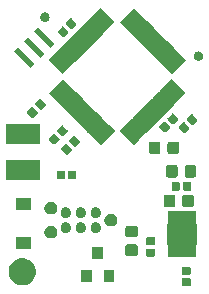
<source format=gbr>
G04 #@! TF.GenerationSoftware,KiCad,Pcbnew,(5.1.6)-1*
G04 #@! TF.CreationDate,2020-12-13T19:26:13+01:00*
G04 #@! TF.ProjectId,ACM-pcb,41434d2d-7063-4622-9e6b-696361645f70,rev?*
G04 #@! TF.SameCoordinates,Original*
G04 #@! TF.FileFunction,Soldermask,Top*
G04 #@! TF.FilePolarity,Negative*
%FSLAX46Y46*%
G04 Gerber Fmt 4.6, Leading zero omitted, Abs format (unit mm)*
G04 Created by KiCad (PCBNEW (5.1.6)-1) date 2020-12-13 19:26:13*
%MOMM*%
%LPD*%
G01*
G04 APERTURE LIST*
%ADD10C,0.100000*%
G04 APERTURE END LIST*
D10*
G36*
X80164938Y-89549716D02*
G01*
X80185557Y-89555971D01*
X80204553Y-89566124D01*
X80221208Y-89579792D01*
X80234876Y-89596447D01*
X80245029Y-89615443D01*
X80251284Y-89636062D01*
X80254000Y-89663640D01*
X80254000Y-90122360D01*
X80251284Y-90149938D01*
X80245029Y-90170557D01*
X80234876Y-90189553D01*
X80221208Y-90206208D01*
X80204553Y-90219876D01*
X80185557Y-90230029D01*
X80164938Y-90236284D01*
X80137360Y-90239000D01*
X79628640Y-90239000D01*
X79601062Y-90236284D01*
X79580443Y-90230029D01*
X79561447Y-90219876D01*
X79544792Y-90206208D01*
X79531124Y-90189553D01*
X79520971Y-90170557D01*
X79514716Y-90149938D01*
X79512000Y-90122360D01*
X79512000Y-89663640D01*
X79514716Y-89636062D01*
X79520971Y-89615443D01*
X79531124Y-89596447D01*
X79544792Y-89579792D01*
X79561447Y-89566124D01*
X79580443Y-89555971D01*
X79601062Y-89549716D01*
X79628640Y-89547000D01*
X80137360Y-89547000D01*
X80164938Y-89549716D01*
G37*
G36*
X66224549Y-87871116D02*
G01*
X66335734Y-87893232D01*
X66545203Y-87979997D01*
X66733720Y-88105960D01*
X66894040Y-88266280D01*
X67020003Y-88454797D01*
X67078543Y-88596124D01*
X67106768Y-88664267D01*
X67151000Y-88886635D01*
X67151000Y-89113365D01*
X67143243Y-89152360D01*
X67106768Y-89335734D01*
X67020003Y-89545203D01*
X66894040Y-89733720D01*
X66733720Y-89894040D01*
X66545203Y-90020003D01*
X66335734Y-90106768D01*
X66257347Y-90122360D01*
X66113365Y-90151000D01*
X65886635Y-90151000D01*
X65742653Y-90122360D01*
X65664266Y-90106768D01*
X65454797Y-90020003D01*
X65266280Y-89894040D01*
X65105960Y-89733720D01*
X64979997Y-89545203D01*
X64893232Y-89335734D01*
X64856757Y-89152360D01*
X64849000Y-89113365D01*
X64849000Y-88886635D01*
X64893232Y-88664267D01*
X64921458Y-88596124D01*
X64979997Y-88454797D01*
X65105960Y-88266280D01*
X65266280Y-88105960D01*
X65454797Y-87979997D01*
X65664266Y-87893232D01*
X65775451Y-87871116D01*
X65886635Y-87849000D01*
X66113365Y-87849000D01*
X66224549Y-87871116D01*
G37*
G36*
X73791000Y-89893000D02*
G01*
X72889000Y-89893000D01*
X72889000Y-88891000D01*
X73791000Y-88891000D01*
X73791000Y-89893000D01*
G37*
G36*
X71891000Y-89893000D02*
G01*
X70989000Y-89893000D01*
X70989000Y-88891000D01*
X71891000Y-88891000D01*
X71891000Y-89893000D01*
G37*
G36*
X80164938Y-88579716D02*
G01*
X80185557Y-88585971D01*
X80204553Y-88596124D01*
X80221208Y-88609792D01*
X80234876Y-88626447D01*
X80245029Y-88645443D01*
X80251284Y-88666062D01*
X80254000Y-88693640D01*
X80254000Y-89152360D01*
X80251284Y-89179938D01*
X80245029Y-89200557D01*
X80234876Y-89219553D01*
X80221208Y-89236208D01*
X80204553Y-89249876D01*
X80185557Y-89260029D01*
X80164938Y-89266284D01*
X80137360Y-89269000D01*
X79628640Y-89269000D01*
X79601062Y-89266284D01*
X79580443Y-89260029D01*
X79561447Y-89249876D01*
X79544792Y-89236208D01*
X79531124Y-89219553D01*
X79520971Y-89200557D01*
X79514716Y-89179938D01*
X79512000Y-89152360D01*
X79512000Y-88693640D01*
X79514716Y-88666062D01*
X79520971Y-88645443D01*
X79531124Y-88626447D01*
X79544792Y-88609792D01*
X79561447Y-88596124D01*
X79580443Y-88585971D01*
X79601062Y-88579716D01*
X79628640Y-88577000D01*
X80137360Y-88577000D01*
X80164938Y-88579716D01*
G37*
G36*
X72841000Y-87893000D02*
G01*
X71939000Y-87893000D01*
X71939000Y-86891000D01*
X72841000Y-86891000D01*
X72841000Y-87893000D01*
G37*
G36*
X80725000Y-84844001D02*
G01*
X80727402Y-84868387D01*
X80734515Y-84891836D01*
X80746066Y-84913447D01*
X80761611Y-84932389D01*
X80775000Y-84943377D01*
X80775000Y-86696623D01*
X80761611Y-86707611D01*
X80746066Y-86726553D01*
X80734515Y-86748164D01*
X80727402Y-86771613D01*
X80725000Y-86795999D01*
X80725000Y-87746000D01*
X78323000Y-87746000D01*
X78323000Y-86795999D01*
X78320598Y-86771613D01*
X78313485Y-86748164D01*
X78301934Y-86726553D01*
X78286389Y-86707611D01*
X78273000Y-86696623D01*
X78273000Y-84943377D01*
X78286389Y-84932389D01*
X78301934Y-84913447D01*
X78313485Y-84891836D01*
X78320598Y-84868387D01*
X78323000Y-84844001D01*
X78323000Y-83894000D01*
X80725000Y-83894000D01*
X80725000Y-84844001D01*
G37*
G36*
X77142338Y-87035116D02*
G01*
X77162957Y-87041371D01*
X77181953Y-87051524D01*
X77198608Y-87065192D01*
X77212276Y-87081847D01*
X77222429Y-87100843D01*
X77228684Y-87121462D01*
X77231400Y-87149040D01*
X77231400Y-87607760D01*
X77228684Y-87635338D01*
X77222429Y-87655957D01*
X77212276Y-87674953D01*
X77198608Y-87691608D01*
X77181953Y-87705276D01*
X77162957Y-87715429D01*
X77142338Y-87721684D01*
X77114760Y-87724400D01*
X76606040Y-87724400D01*
X76578462Y-87721684D01*
X76557843Y-87715429D01*
X76538847Y-87705276D01*
X76522192Y-87691608D01*
X76508524Y-87674953D01*
X76498371Y-87655957D01*
X76492116Y-87635338D01*
X76489400Y-87607760D01*
X76489400Y-87149040D01*
X76492116Y-87121462D01*
X76498371Y-87100843D01*
X76508524Y-87081847D01*
X76522192Y-87065192D01*
X76538847Y-87051524D01*
X76557843Y-87041371D01*
X76578462Y-87035116D01*
X76606040Y-87032400D01*
X77114760Y-87032400D01*
X77142338Y-87035116D01*
G37*
G36*
X75639791Y-86688585D02*
G01*
X75673769Y-86698893D01*
X75705090Y-86715634D01*
X75732539Y-86738161D01*
X75755066Y-86765610D01*
X75771807Y-86796931D01*
X75782115Y-86830909D01*
X75786200Y-86872390D01*
X75786200Y-87473610D01*
X75782115Y-87515091D01*
X75771807Y-87549069D01*
X75755066Y-87580390D01*
X75732539Y-87607839D01*
X75705090Y-87630366D01*
X75673769Y-87647107D01*
X75639791Y-87657415D01*
X75598310Y-87661500D01*
X74922090Y-87661500D01*
X74880609Y-87657415D01*
X74846631Y-87647107D01*
X74815310Y-87630366D01*
X74787861Y-87607839D01*
X74765334Y-87580390D01*
X74748593Y-87549069D01*
X74738285Y-87515091D01*
X74734200Y-87473610D01*
X74734200Y-86872390D01*
X74738285Y-86830909D01*
X74748593Y-86796931D01*
X74765334Y-86765610D01*
X74787861Y-86738161D01*
X74815310Y-86715634D01*
X74846631Y-86698893D01*
X74880609Y-86688585D01*
X74922090Y-86684500D01*
X75598310Y-86684500D01*
X75639791Y-86688585D01*
G37*
G36*
X66741800Y-87089600D02*
G01*
X65439800Y-87089600D01*
X65439800Y-86087600D01*
X66741800Y-86087600D01*
X66741800Y-87089600D01*
G37*
G36*
X77142338Y-86065116D02*
G01*
X77162957Y-86071371D01*
X77181953Y-86081524D01*
X77198608Y-86095192D01*
X77212276Y-86111847D01*
X77222429Y-86130843D01*
X77228684Y-86151462D01*
X77231400Y-86179040D01*
X77231400Y-86637760D01*
X77228684Y-86665338D01*
X77222429Y-86685957D01*
X77212276Y-86704953D01*
X77198608Y-86721608D01*
X77181953Y-86735276D01*
X77162957Y-86745429D01*
X77142338Y-86751684D01*
X77114760Y-86754400D01*
X76606040Y-86754400D01*
X76578462Y-86751684D01*
X76557843Y-86745429D01*
X76538847Y-86735276D01*
X76522192Y-86721608D01*
X76508524Y-86704953D01*
X76498371Y-86685957D01*
X76492116Y-86665338D01*
X76489400Y-86637760D01*
X76489400Y-86179040D01*
X76492116Y-86151462D01*
X76498371Y-86130843D01*
X76508524Y-86111847D01*
X76522192Y-86095192D01*
X76538847Y-86081524D01*
X76557843Y-86071371D01*
X76578462Y-86065116D01*
X76606040Y-86062400D01*
X77114760Y-86062400D01*
X77142338Y-86065116D01*
G37*
G36*
X68526578Y-85100197D02*
G01*
X68579350Y-85110694D01*
X68678770Y-85151875D01*
X68768246Y-85211661D01*
X68844339Y-85287754D01*
X68904125Y-85377230D01*
X68945306Y-85476650D01*
X68966300Y-85582194D01*
X68966300Y-85689806D01*
X68945306Y-85795350D01*
X68904125Y-85894770D01*
X68844339Y-85984246D01*
X68768246Y-86060339D01*
X68678770Y-86120125D01*
X68579350Y-86161306D01*
X68539684Y-86169196D01*
X68473807Y-86182300D01*
X68366193Y-86182300D01*
X68300316Y-86169196D01*
X68260650Y-86161306D01*
X68161230Y-86120125D01*
X68071754Y-86060339D01*
X67995661Y-85984246D01*
X67935875Y-85894770D01*
X67894694Y-85795350D01*
X67873700Y-85689806D01*
X67873700Y-85582194D01*
X67894694Y-85476650D01*
X67935875Y-85377230D01*
X67995661Y-85287754D01*
X68071754Y-85211661D01*
X68161230Y-85151875D01*
X68260650Y-85110694D01*
X68313422Y-85100197D01*
X68366193Y-85089700D01*
X68473807Y-85089700D01*
X68526578Y-85100197D01*
G37*
G36*
X75639791Y-85113585D02*
G01*
X75673769Y-85123893D01*
X75705090Y-85140634D01*
X75732539Y-85163161D01*
X75755066Y-85190610D01*
X75771807Y-85221931D01*
X75782115Y-85255909D01*
X75786200Y-85297390D01*
X75786200Y-85898610D01*
X75782115Y-85940091D01*
X75771807Y-85974069D01*
X75755066Y-86005390D01*
X75732539Y-86032839D01*
X75705090Y-86055366D01*
X75673769Y-86072107D01*
X75639791Y-86082415D01*
X75598310Y-86086500D01*
X74922090Y-86086500D01*
X74880609Y-86082415D01*
X74846631Y-86072107D01*
X74815310Y-86055366D01*
X74787861Y-86032839D01*
X74765334Y-86005390D01*
X74748593Y-85974069D01*
X74738285Y-85940091D01*
X74734200Y-85898610D01*
X74734200Y-85297390D01*
X74738285Y-85255909D01*
X74748593Y-85221931D01*
X74765334Y-85190610D01*
X74787861Y-85163161D01*
X74815310Y-85140634D01*
X74846631Y-85123893D01*
X74880609Y-85113585D01*
X74922090Y-85109500D01*
X75598310Y-85109500D01*
X75639791Y-85113585D01*
G37*
G36*
X69819714Y-84827389D02*
G01*
X69900645Y-84860912D01*
X69973480Y-84909579D01*
X70035421Y-84971520D01*
X70084088Y-85044355D01*
X70084089Y-85044357D01*
X70117611Y-85125286D01*
X70130605Y-85190610D01*
X70134700Y-85211201D01*
X70134700Y-85298799D01*
X70117611Y-85384714D01*
X70084088Y-85465645D01*
X70035421Y-85538480D01*
X69973480Y-85600421D01*
X69900645Y-85649088D01*
X69900644Y-85649089D01*
X69900643Y-85649089D01*
X69819714Y-85682611D01*
X69733801Y-85699700D01*
X69646199Y-85699700D01*
X69560286Y-85682611D01*
X69479357Y-85649089D01*
X69479356Y-85649089D01*
X69479355Y-85649088D01*
X69406520Y-85600421D01*
X69344579Y-85538480D01*
X69295912Y-85465645D01*
X69262389Y-85384714D01*
X69245300Y-85298799D01*
X69245300Y-85211201D01*
X69249396Y-85190610D01*
X69262389Y-85125286D01*
X69295911Y-85044357D01*
X69295912Y-85044355D01*
X69344579Y-84971520D01*
X69406520Y-84909579D01*
X69479355Y-84860912D01*
X69560286Y-84827389D01*
X69646199Y-84810300D01*
X69733801Y-84810300D01*
X69819714Y-84827389D01*
G37*
G36*
X71089714Y-84827389D02*
G01*
X71170645Y-84860912D01*
X71243480Y-84909579D01*
X71305421Y-84971520D01*
X71354088Y-85044355D01*
X71354089Y-85044357D01*
X71387611Y-85125286D01*
X71400605Y-85190610D01*
X71404700Y-85211201D01*
X71404700Y-85298799D01*
X71387611Y-85384714D01*
X71354088Y-85465645D01*
X71305421Y-85538480D01*
X71243480Y-85600421D01*
X71170645Y-85649088D01*
X71170644Y-85649089D01*
X71170643Y-85649089D01*
X71089714Y-85682611D01*
X71003801Y-85699700D01*
X70916199Y-85699700D01*
X70830286Y-85682611D01*
X70749357Y-85649089D01*
X70749356Y-85649089D01*
X70749355Y-85649088D01*
X70676520Y-85600421D01*
X70614579Y-85538480D01*
X70565912Y-85465645D01*
X70532389Y-85384714D01*
X70515300Y-85298799D01*
X70515300Y-85211201D01*
X70519396Y-85190610D01*
X70532389Y-85125286D01*
X70565911Y-85044357D01*
X70565912Y-85044355D01*
X70614579Y-84971520D01*
X70676520Y-84909579D01*
X70749355Y-84860912D01*
X70830286Y-84827389D01*
X70916199Y-84810300D01*
X71003801Y-84810300D01*
X71089714Y-84827389D01*
G37*
G36*
X72359714Y-84827389D02*
G01*
X72440645Y-84860912D01*
X72513480Y-84909579D01*
X72575421Y-84971520D01*
X72624088Y-85044355D01*
X72624089Y-85044357D01*
X72657611Y-85125286D01*
X72670605Y-85190610D01*
X72674700Y-85211201D01*
X72674700Y-85298799D01*
X72657611Y-85384714D01*
X72624088Y-85465645D01*
X72575421Y-85538480D01*
X72513480Y-85600421D01*
X72440645Y-85649088D01*
X72440644Y-85649089D01*
X72440643Y-85649089D01*
X72359714Y-85682611D01*
X72273801Y-85699700D01*
X72186199Y-85699700D01*
X72100286Y-85682611D01*
X72019357Y-85649089D01*
X72019356Y-85649089D01*
X72019355Y-85649088D01*
X71946520Y-85600421D01*
X71884579Y-85538480D01*
X71835912Y-85465645D01*
X71802389Y-85384714D01*
X71785300Y-85298799D01*
X71785300Y-85211201D01*
X71789396Y-85190610D01*
X71802389Y-85125286D01*
X71835911Y-85044357D01*
X71835912Y-85044355D01*
X71884579Y-84971520D01*
X71946520Y-84909579D01*
X72019355Y-84860912D01*
X72100286Y-84827389D01*
X72186199Y-84810300D01*
X72273801Y-84810300D01*
X72359714Y-84827389D01*
G37*
G36*
X73606578Y-84084197D02*
G01*
X73659350Y-84094694D01*
X73758770Y-84135875D01*
X73848246Y-84195661D01*
X73924339Y-84271754D01*
X73984125Y-84361230D01*
X74025306Y-84460650D01*
X74046300Y-84566194D01*
X74046300Y-84673806D01*
X74025306Y-84779350D01*
X73984125Y-84878770D01*
X73924339Y-84968246D01*
X73848246Y-85044339D01*
X73758770Y-85104125D01*
X73659350Y-85145306D01*
X73626325Y-85151875D01*
X73553807Y-85166300D01*
X73446193Y-85166300D01*
X73373675Y-85151875D01*
X73340650Y-85145306D01*
X73241230Y-85104125D01*
X73151754Y-85044339D01*
X73075661Y-84968246D01*
X73015875Y-84878770D01*
X72974694Y-84779350D01*
X72953700Y-84673806D01*
X72953700Y-84566194D01*
X72974694Y-84460650D01*
X73015875Y-84361230D01*
X73075661Y-84271754D01*
X73151754Y-84195661D01*
X73241230Y-84135875D01*
X73340650Y-84094694D01*
X73393422Y-84084197D01*
X73446193Y-84073700D01*
X73553807Y-84073700D01*
X73606578Y-84084197D01*
G37*
G36*
X72359714Y-83557389D02*
G01*
X72440645Y-83590912D01*
X72513480Y-83639579D01*
X72575421Y-83701520D01*
X72624088Y-83774355D01*
X72624089Y-83774357D01*
X72657611Y-83855286D01*
X72665312Y-83894000D01*
X72674700Y-83941201D01*
X72674700Y-84028799D01*
X72657611Y-84114714D01*
X72624088Y-84195645D01*
X72575421Y-84268480D01*
X72513480Y-84330421D01*
X72440645Y-84379088D01*
X72440644Y-84379089D01*
X72440643Y-84379089D01*
X72359714Y-84412611D01*
X72273801Y-84429700D01*
X72186199Y-84429700D01*
X72100286Y-84412611D01*
X72019357Y-84379089D01*
X72019356Y-84379089D01*
X72019355Y-84379088D01*
X71946520Y-84330421D01*
X71884579Y-84268480D01*
X71835912Y-84195645D01*
X71802389Y-84114714D01*
X71785300Y-84028799D01*
X71785300Y-83941201D01*
X71794689Y-83894000D01*
X71802389Y-83855286D01*
X71835911Y-83774357D01*
X71835912Y-83774355D01*
X71884579Y-83701520D01*
X71946520Y-83639579D01*
X72019355Y-83590912D01*
X72100286Y-83557389D01*
X72186199Y-83540300D01*
X72273801Y-83540300D01*
X72359714Y-83557389D01*
G37*
G36*
X69819714Y-83557389D02*
G01*
X69900645Y-83590912D01*
X69973480Y-83639579D01*
X70035421Y-83701520D01*
X70084088Y-83774355D01*
X70084089Y-83774357D01*
X70117611Y-83855286D01*
X70125312Y-83894000D01*
X70134700Y-83941201D01*
X70134700Y-84028799D01*
X70117611Y-84114714D01*
X70084088Y-84195645D01*
X70035421Y-84268480D01*
X69973480Y-84330421D01*
X69900645Y-84379088D01*
X69900644Y-84379089D01*
X69900643Y-84379089D01*
X69819714Y-84412611D01*
X69733801Y-84429700D01*
X69646199Y-84429700D01*
X69560286Y-84412611D01*
X69479357Y-84379089D01*
X69479356Y-84379089D01*
X69479355Y-84379088D01*
X69406520Y-84330421D01*
X69344579Y-84268480D01*
X69295912Y-84195645D01*
X69262389Y-84114714D01*
X69245300Y-84028799D01*
X69245300Y-83941201D01*
X69254689Y-83894000D01*
X69262389Y-83855286D01*
X69295911Y-83774357D01*
X69295912Y-83774355D01*
X69344579Y-83701520D01*
X69406520Y-83639579D01*
X69479355Y-83590912D01*
X69560286Y-83557389D01*
X69646199Y-83540300D01*
X69733801Y-83540300D01*
X69819714Y-83557389D01*
G37*
G36*
X71089714Y-83557389D02*
G01*
X71170645Y-83590912D01*
X71243480Y-83639579D01*
X71305421Y-83701520D01*
X71354088Y-83774355D01*
X71354089Y-83774357D01*
X71387611Y-83855286D01*
X71395312Y-83894000D01*
X71404700Y-83941201D01*
X71404700Y-84028799D01*
X71387611Y-84114714D01*
X71354088Y-84195645D01*
X71305421Y-84268480D01*
X71243480Y-84330421D01*
X71170645Y-84379088D01*
X71170644Y-84379089D01*
X71170643Y-84379089D01*
X71089714Y-84412611D01*
X71003801Y-84429700D01*
X70916199Y-84429700D01*
X70830286Y-84412611D01*
X70749357Y-84379089D01*
X70749356Y-84379089D01*
X70749355Y-84379088D01*
X70676520Y-84330421D01*
X70614579Y-84268480D01*
X70565912Y-84195645D01*
X70532389Y-84114714D01*
X70515300Y-84028799D01*
X70515300Y-83941201D01*
X70524689Y-83894000D01*
X70532389Y-83855286D01*
X70565911Y-83774357D01*
X70565912Y-83774355D01*
X70614579Y-83701520D01*
X70676520Y-83639579D01*
X70749355Y-83590912D01*
X70830286Y-83557389D01*
X70916199Y-83540300D01*
X71003801Y-83540300D01*
X71089714Y-83557389D01*
G37*
G36*
X68526578Y-83068197D02*
G01*
X68579350Y-83078694D01*
X68678770Y-83119875D01*
X68768246Y-83179661D01*
X68844339Y-83255754D01*
X68904125Y-83345230D01*
X68945306Y-83444650D01*
X68966300Y-83550194D01*
X68966300Y-83657806D01*
X68945306Y-83763350D01*
X68904125Y-83862770D01*
X68844339Y-83952246D01*
X68768246Y-84028339D01*
X68678770Y-84088125D01*
X68579350Y-84129306D01*
X68546325Y-84135875D01*
X68473807Y-84150300D01*
X68366193Y-84150300D01*
X68293675Y-84135875D01*
X68260650Y-84129306D01*
X68161230Y-84088125D01*
X68071754Y-84028339D01*
X67995661Y-83952246D01*
X67935875Y-83862770D01*
X67894694Y-83763350D01*
X67873700Y-83657806D01*
X67873700Y-83550194D01*
X67894694Y-83444650D01*
X67935875Y-83345230D01*
X67995661Y-83255754D01*
X68071754Y-83179661D01*
X68161230Y-83119875D01*
X68260650Y-83078694D01*
X68313422Y-83068197D01*
X68366193Y-83057700D01*
X68473807Y-83057700D01*
X68526578Y-83068197D01*
G37*
G36*
X66741800Y-83789600D02*
G01*
X65439800Y-83789600D01*
X65439800Y-82787600D01*
X66741800Y-82787600D01*
X66741800Y-83789600D01*
G37*
G36*
X80377691Y-82485285D02*
G01*
X80411669Y-82495593D01*
X80442990Y-82512334D01*
X80470439Y-82534861D01*
X80492966Y-82562310D01*
X80509707Y-82593631D01*
X80520015Y-82627609D01*
X80524100Y-82669090D01*
X80524100Y-83345310D01*
X80520015Y-83386791D01*
X80509707Y-83420769D01*
X80492966Y-83452090D01*
X80470439Y-83479539D01*
X80442990Y-83502066D01*
X80411669Y-83518807D01*
X80377691Y-83529115D01*
X80336210Y-83533200D01*
X79734990Y-83533200D01*
X79693509Y-83529115D01*
X79659531Y-83518807D01*
X79628210Y-83502066D01*
X79600761Y-83479539D01*
X79578234Y-83452090D01*
X79561493Y-83420769D01*
X79551185Y-83386791D01*
X79547100Y-83345310D01*
X79547100Y-82669090D01*
X79551185Y-82627609D01*
X79561493Y-82593631D01*
X79578234Y-82562310D01*
X79600761Y-82534861D01*
X79628210Y-82512334D01*
X79659531Y-82495593D01*
X79693509Y-82485285D01*
X79734990Y-82481200D01*
X80336210Y-82481200D01*
X80377691Y-82485285D01*
G37*
G36*
X78802691Y-82485285D02*
G01*
X78836669Y-82495593D01*
X78867990Y-82512334D01*
X78895439Y-82534861D01*
X78917966Y-82562310D01*
X78934707Y-82593631D01*
X78945015Y-82627609D01*
X78949100Y-82669090D01*
X78949100Y-83345310D01*
X78945015Y-83386791D01*
X78934707Y-83420769D01*
X78917966Y-83452090D01*
X78895439Y-83479539D01*
X78867990Y-83502066D01*
X78836669Y-83518807D01*
X78802691Y-83529115D01*
X78761210Y-83533200D01*
X78159990Y-83533200D01*
X78118509Y-83529115D01*
X78084531Y-83518807D01*
X78053210Y-83502066D01*
X78025761Y-83479539D01*
X78003234Y-83452090D01*
X77986493Y-83420769D01*
X77976185Y-83386791D01*
X77972100Y-83345310D01*
X77972100Y-82669090D01*
X77976185Y-82627609D01*
X77986493Y-82593631D01*
X78003234Y-82562310D01*
X78025761Y-82534861D01*
X78053210Y-82512334D01*
X78084531Y-82495593D01*
X78118509Y-82485285D01*
X78159990Y-82481200D01*
X78761210Y-82481200D01*
X78802691Y-82485285D01*
G37*
G36*
X79242938Y-81395716D02*
G01*
X79263557Y-81401971D01*
X79282553Y-81412124D01*
X79299208Y-81425792D01*
X79312876Y-81442447D01*
X79323029Y-81461443D01*
X79329284Y-81482062D01*
X79332000Y-81509640D01*
X79332000Y-82018360D01*
X79329284Y-82045938D01*
X79323029Y-82066557D01*
X79312876Y-82085553D01*
X79299208Y-82102208D01*
X79282553Y-82115876D01*
X79263557Y-82126029D01*
X79242938Y-82132284D01*
X79215360Y-82135000D01*
X78756640Y-82135000D01*
X78729062Y-82132284D01*
X78708443Y-82126029D01*
X78689447Y-82115876D01*
X78672792Y-82102208D01*
X78659124Y-82085553D01*
X78648971Y-82066557D01*
X78642716Y-82045938D01*
X78640000Y-82018360D01*
X78640000Y-81509640D01*
X78642716Y-81482062D01*
X78648971Y-81461443D01*
X78659124Y-81442447D01*
X78672792Y-81425792D01*
X78689447Y-81412124D01*
X78708443Y-81401971D01*
X78729062Y-81395716D01*
X78756640Y-81393000D01*
X79215360Y-81393000D01*
X79242938Y-81395716D01*
G37*
G36*
X80212938Y-81395716D02*
G01*
X80233557Y-81401971D01*
X80252553Y-81412124D01*
X80269208Y-81425792D01*
X80282876Y-81442447D01*
X80293029Y-81461443D01*
X80299284Y-81482062D01*
X80302000Y-81509640D01*
X80302000Y-82018360D01*
X80299284Y-82045938D01*
X80293029Y-82066557D01*
X80282876Y-82085553D01*
X80269208Y-82102208D01*
X80252553Y-82115876D01*
X80233557Y-82126029D01*
X80212938Y-82132284D01*
X80185360Y-82135000D01*
X79726640Y-82135000D01*
X79699062Y-82132284D01*
X79678443Y-82126029D01*
X79659447Y-82115876D01*
X79642792Y-82102208D01*
X79629124Y-82085553D01*
X79618971Y-82066557D01*
X79612716Y-82045938D01*
X79610000Y-82018360D01*
X79610000Y-81509640D01*
X79612716Y-81482062D01*
X79618971Y-81461443D01*
X79629124Y-81442447D01*
X79642792Y-81425792D01*
X79659447Y-81412124D01*
X79678443Y-81401971D01*
X79699062Y-81395716D01*
X79726640Y-81393000D01*
X80185360Y-81393000D01*
X80212938Y-81395716D01*
G37*
G36*
X67491000Y-81218000D02*
G01*
X64589000Y-81218000D01*
X64589000Y-79516000D01*
X67491000Y-79516000D01*
X67491000Y-81218000D01*
G37*
G36*
X70490338Y-80429116D02*
G01*
X70510957Y-80435371D01*
X70529953Y-80445524D01*
X70546608Y-80459192D01*
X70560276Y-80475847D01*
X70570429Y-80494843D01*
X70576684Y-80515462D01*
X70579400Y-80543040D01*
X70579400Y-81051760D01*
X70576684Y-81079338D01*
X70570429Y-81099957D01*
X70560276Y-81118953D01*
X70546608Y-81135608D01*
X70529953Y-81149276D01*
X70510957Y-81159429D01*
X70490338Y-81165684D01*
X70462760Y-81168400D01*
X70004040Y-81168400D01*
X69976462Y-81165684D01*
X69955843Y-81159429D01*
X69936847Y-81149276D01*
X69920192Y-81135608D01*
X69906524Y-81118953D01*
X69896371Y-81099957D01*
X69890116Y-81079338D01*
X69887400Y-81051760D01*
X69887400Y-80543040D01*
X69890116Y-80515462D01*
X69896371Y-80494843D01*
X69906524Y-80475847D01*
X69920192Y-80459192D01*
X69936847Y-80445524D01*
X69955843Y-80435371D01*
X69976462Y-80429116D01*
X70004040Y-80426400D01*
X70462760Y-80426400D01*
X70490338Y-80429116D01*
G37*
G36*
X69520338Y-80429116D02*
G01*
X69540957Y-80435371D01*
X69559953Y-80445524D01*
X69576608Y-80459192D01*
X69590276Y-80475847D01*
X69600429Y-80494843D01*
X69606684Y-80515462D01*
X69609400Y-80543040D01*
X69609400Y-81051760D01*
X69606684Y-81079338D01*
X69600429Y-81099957D01*
X69590276Y-81118953D01*
X69576608Y-81135608D01*
X69559953Y-81149276D01*
X69540957Y-81159429D01*
X69520338Y-81165684D01*
X69492760Y-81168400D01*
X69034040Y-81168400D01*
X69006462Y-81165684D01*
X68985843Y-81159429D01*
X68966847Y-81149276D01*
X68950192Y-81135608D01*
X68936524Y-81118953D01*
X68926371Y-81099957D01*
X68920116Y-81079338D01*
X68917400Y-81051760D01*
X68917400Y-80543040D01*
X68920116Y-80515462D01*
X68926371Y-80494843D01*
X68936524Y-80475847D01*
X68950192Y-80459192D01*
X68966847Y-80445524D01*
X68985843Y-80435371D01*
X69006462Y-80429116D01*
X69034040Y-80426400D01*
X69492760Y-80426400D01*
X69520338Y-80429116D01*
G37*
G36*
X80577591Y-79972085D02*
G01*
X80611569Y-79982393D01*
X80642890Y-79999134D01*
X80670339Y-80021661D01*
X80692866Y-80049110D01*
X80709607Y-80080431D01*
X80719915Y-80114409D01*
X80724000Y-80155890D01*
X80724000Y-80832110D01*
X80719915Y-80873591D01*
X80709607Y-80907569D01*
X80692866Y-80938890D01*
X80670339Y-80966339D01*
X80642890Y-80988866D01*
X80611569Y-81005607D01*
X80577591Y-81015915D01*
X80536110Y-81020000D01*
X79934890Y-81020000D01*
X79893409Y-81015915D01*
X79859431Y-81005607D01*
X79828110Y-80988866D01*
X79800661Y-80966339D01*
X79778134Y-80938890D01*
X79761393Y-80907569D01*
X79751085Y-80873591D01*
X79747000Y-80832110D01*
X79747000Y-80155890D01*
X79751085Y-80114409D01*
X79761393Y-80080431D01*
X79778134Y-80049110D01*
X79800661Y-80021661D01*
X79828110Y-79999134D01*
X79859431Y-79982393D01*
X79893409Y-79972085D01*
X79934890Y-79968000D01*
X80536110Y-79968000D01*
X80577591Y-79972085D01*
G37*
G36*
X79002591Y-79972085D02*
G01*
X79036569Y-79982393D01*
X79067890Y-79999134D01*
X79095339Y-80021661D01*
X79117866Y-80049110D01*
X79134607Y-80080431D01*
X79144915Y-80114409D01*
X79149000Y-80155890D01*
X79149000Y-80832110D01*
X79144915Y-80873591D01*
X79134607Y-80907569D01*
X79117866Y-80938890D01*
X79095339Y-80966339D01*
X79067890Y-80988866D01*
X79036569Y-81005607D01*
X79002591Y-81015915D01*
X78961110Y-81020000D01*
X78359890Y-81020000D01*
X78318409Y-81015915D01*
X78284431Y-81005607D01*
X78253110Y-80988866D01*
X78225661Y-80966339D01*
X78203134Y-80938890D01*
X78186393Y-80907569D01*
X78176085Y-80873591D01*
X78172000Y-80832110D01*
X78172000Y-80155890D01*
X78176085Y-80114409D01*
X78186393Y-80080431D01*
X78203134Y-80049110D01*
X78225661Y-80021661D01*
X78253110Y-79999134D01*
X78284431Y-79982393D01*
X78318409Y-79972085D01*
X78359890Y-79968000D01*
X78961110Y-79968000D01*
X79002591Y-79972085D01*
G37*
G36*
X69752066Y-78179985D02*
G01*
X69772685Y-78186240D01*
X69791681Y-78196393D01*
X69813102Y-78213973D01*
X70172827Y-78573698D01*
X70190407Y-78595119D01*
X70200560Y-78614115D01*
X70206815Y-78634734D01*
X70208926Y-78656172D01*
X70206815Y-78677610D01*
X70200560Y-78698229D01*
X70190407Y-78717225D01*
X70172827Y-78738646D01*
X69848458Y-79063015D01*
X69827037Y-79080595D01*
X69808041Y-79090748D01*
X69787422Y-79097003D01*
X69765984Y-79099114D01*
X69744546Y-79097003D01*
X69723927Y-79090748D01*
X69704931Y-79080595D01*
X69683510Y-79063015D01*
X69323785Y-78703290D01*
X69306205Y-78681869D01*
X69296052Y-78662873D01*
X69289797Y-78642254D01*
X69287686Y-78620816D01*
X69289797Y-78599378D01*
X69296052Y-78578759D01*
X69306205Y-78559763D01*
X69323785Y-78538342D01*
X69648154Y-78213973D01*
X69669575Y-78196393D01*
X69688571Y-78186240D01*
X69709190Y-78179985D01*
X69730628Y-78177874D01*
X69752066Y-78179985D01*
G37*
G36*
X77554591Y-77978085D02*
G01*
X77588569Y-77988393D01*
X77619890Y-78005134D01*
X77647339Y-78027661D01*
X77669866Y-78055110D01*
X77686607Y-78086431D01*
X77696915Y-78120409D01*
X77701000Y-78161890D01*
X77701000Y-78838110D01*
X77696915Y-78879591D01*
X77686607Y-78913569D01*
X77669866Y-78944890D01*
X77647339Y-78972339D01*
X77619890Y-78994866D01*
X77588569Y-79011607D01*
X77554591Y-79021915D01*
X77513110Y-79026000D01*
X76911890Y-79026000D01*
X76870409Y-79021915D01*
X76836431Y-79011607D01*
X76805110Y-78994866D01*
X76777661Y-78972339D01*
X76755134Y-78944890D01*
X76738393Y-78913569D01*
X76728085Y-78879591D01*
X76724000Y-78838110D01*
X76724000Y-78161890D01*
X76728085Y-78120409D01*
X76738393Y-78086431D01*
X76755134Y-78055110D01*
X76777661Y-78027661D01*
X76805110Y-78005134D01*
X76836431Y-77988393D01*
X76870409Y-77978085D01*
X76911890Y-77974000D01*
X77513110Y-77974000D01*
X77554591Y-77978085D01*
G37*
G36*
X79129591Y-77978085D02*
G01*
X79163569Y-77988393D01*
X79194890Y-78005134D01*
X79222339Y-78027661D01*
X79244866Y-78055110D01*
X79261607Y-78086431D01*
X79271915Y-78120409D01*
X79276000Y-78161890D01*
X79276000Y-78838110D01*
X79271915Y-78879591D01*
X79261607Y-78913569D01*
X79244866Y-78944890D01*
X79222339Y-78972339D01*
X79194890Y-78994866D01*
X79163569Y-79011607D01*
X79129591Y-79021915D01*
X79088110Y-79026000D01*
X78486890Y-79026000D01*
X78445409Y-79021915D01*
X78411431Y-79011607D01*
X78380110Y-78994866D01*
X78352661Y-78972339D01*
X78330134Y-78944890D01*
X78313393Y-78913569D01*
X78303085Y-78879591D01*
X78299000Y-78838110D01*
X78299000Y-78161890D01*
X78303085Y-78120409D01*
X78313393Y-78086431D01*
X78330134Y-78055110D01*
X78352661Y-78027661D01*
X78380110Y-78005134D01*
X78411431Y-77988393D01*
X78445409Y-77978085D01*
X78486890Y-77974000D01*
X79088110Y-77974000D01*
X79129591Y-77978085D01*
G37*
G36*
X70437960Y-77494091D02*
G01*
X70458579Y-77500346D01*
X70477575Y-77510499D01*
X70498996Y-77528079D01*
X70858721Y-77887804D01*
X70876301Y-77909225D01*
X70886454Y-77928221D01*
X70892709Y-77948840D01*
X70894820Y-77970278D01*
X70892709Y-77991716D01*
X70886454Y-78012335D01*
X70876301Y-78031331D01*
X70858721Y-78052752D01*
X70534352Y-78377121D01*
X70512931Y-78394701D01*
X70493935Y-78404854D01*
X70473316Y-78411109D01*
X70451878Y-78413220D01*
X70430440Y-78411109D01*
X70409821Y-78404854D01*
X70390825Y-78394701D01*
X70369404Y-78377121D01*
X70009679Y-78017396D01*
X69992099Y-77995975D01*
X69981946Y-77976979D01*
X69975691Y-77956360D01*
X69973580Y-77934922D01*
X69975691Y-77913484D01*
X69981946Y-77892865D01*
X69992099Y-77873869D01*
X70009679Y-77852448D01*
X70334048Y-77528079D01*
X70355469Y-77510499D01*
X70374465Y-77500346D01*
X70395084Y-77494091D01*
X70416522Y-77491980D01*
X70437960Y-77494091D01*
G37*
G36*
X79860692Y-73842804D02*
G01*
X79399658Y-74303838D01*
X79295006Y-74408489D01*
X78833972Y-74869523D01*
X78729321Y-74974175D01*
X76571231Y-77132265D01*
X76466579Y-77236916D01*
X76005545Y-77697950D01*
X75900894Y-77802602D01*
X75439860Y-78263636D01*
X74236364Y-77060140D01*
X74697398Y-76599106D01*
X74697399Y-76599107D01*
X74713663Y-76582843D01*
X74713672Y-76582832D01*
X74802050Y-76494455D01*
X74802049Y-76494454D01*
X75263083Y-76033420D01*
X75263084Y-76033421D01*
X75351461Y-75945043D01*
X75351472Y-75945034D01*
X75367736Y-75928770D01*
X75367735Y-75928769D01*
X75828769Y-75467735D01*
X75828770Y-75467736D01*
X75917157Y-75379348D01*
X75933421Y-75363085D01*
X75933420Y-75363084D01*
X76394454Y-74902050D01*
X76394455Y-74902051D01*
X76499107Y-74797399D01*
X76499106Y-74797398D01*
X76960140Y-74336364D01*
X76960141Y-74336365D01*
X77048528Y-74247977D01*
X77064792Y-74231714D01*
X77064791Y-74231713D01*
X77525825Y-73770679D01*
X77525826Y-73770680D01*
X77542090Y-73754416D01*
X77542099Y-73754405D01*
X77630477Y-73666028D01*
X77630476Y-73666027D01*
X78091510Y-73204993D01*
X78091511Y-73204994D01*
X78179888Y-73116616D01*
X78179899Y-73116607D01*
X78196163Y-73100343D01*
X78196162Y-73100342D01*
X78657196Y-72639308D01*
X79860692Y-73842804D01*
G37*
G36*
X69890486Y-73100342D02*
G01*
X69890486Y-73100343D01*
X69906750Y-73116607D01*
X69906756Y-73116612D01*
X69995138Y-73204994D01*
X69995138Y-73204993D01*
X70456172Y-73666027D01*
X70456172Y-73666028D01*
X70544554Y-73754410D01*
X70544559Y-73754416D01*
X70560823Y-73770680D01*
X70560823Y-73770679D01*
X71021857Y-74231713D01*
X71021857Y-74231714D01*
X71126508Y-74336365D01*
X71126508Y-74336364D01*
X71587542Y-74797398D01*
X71587542Y-74797399D01*
X71692194Y-74902051D01*
X71692194Y-74902050D01*
X72153228Y-75363084D01*
X72153228Y-75363085D01*
X72257879Y-75467736D01*
X72257879Y-75467735D01*
X72718913Y-75928769D01*
X72718913Y-75928770D01*
X72735177Y-75945034D01*
X72735183Y-75945039D01*
X72823565Y-76033421D01*
X72823565Y-76033420D01*
X73284599Y-76494454D01*
X73284599Y-76494455D01*
X73372981Y-76582837D01*
X73372986Y-76582843D01*
X73389250Y-76599107D01*
X73389250Y-76599106D01*
X73850284Y-77060140D01*
X72646788Y-78263636D01*
X72185754Y-77802602D01*
X72185755Y-77802602D01*
X72097373Y-77714220D01*
X72097368Y-77714214D01*
X72081104Y-77697950D01*
X72081103Y-77697950D01*
X71620069Y-77236916D01*
X71620070Y-77236916D01*
X71603806Y-77220652D01*
X71603800Y-77220647D01*
X71515418Y-77132265D01*
X71515417Y-77132265D01*
X71054383Y-76671231D01*
X71054384Y-76671231D01*
X70949733Y-76566580D01*
X70949732Y-76566580D01*
X70488698Y-76105546D01*
X70488699Y-76105546D01*
X70384047Y-76000894D01*
X70384046Y-76000894D01*
X69923012Y-75539860D01*
X69923013Y-75539860D01*
X69818362Y-75435209D01*
X69818361Y-75435209D01*
X69357327Y-74974175D01*
X69357328Y-74974175D01*
X69268946Y-74885793D01*
X69268941Y-74885787D01*
X69252677Y-74869523D01*
X69252676Y-74869523D01*
X68791642Y-74408489D01*
X68791643Y-74408489D01*
X68775379Y-74392225D01*
X68775373Y-74392220D01*
X68686991Y-74303838D01*
X68686990Y-74303838D01*
X68225956Y-73842804D01*
X69429452Y-72639308D01*
X69890486Y-73100342D01*
G37*
G36*
X67491000Y-78218000D02*
G01*
X64589000Y-78218000D01*
X64589000Y-76516000D01*
X67491000Y-76516000D01*
X67491000Y-78218000D01*
G37*
G36*
X68710666Y-77290985D02*
G01*
X68731285Y-77297240D01*
X68750281Y-77307393D01*
X68771702Y-77324973D01*
X69131427Y-77684698D01*
X69149007Y-77706119D01*
X69159160Y-77725115D01*
X69165415Y-77745734D01*
X69167526Y-77767172D01*
X69165415Y-77788610D01*
X69159160Y-77809229D01*
X69149007Y-77828225D01*
X69131427Y-77849646D01*
X68807058Y-78174015D01*
X68785637Y-78191595D01*
X68766641Y-78201748D01*
X68746022Y-78208003D01*
X68724584Y-78210114D01*
X68703146Y-78208003D01*
X68682527Y-78201748D01*
X68663531Y-78191595D01*
X68642110Y-78174015D01*
X68282385Y-77814290D01*
X68264805Y-77792869D01*
X68254652Y-77773873D01*
X68248397Y-77753254D01*
X68246286Y-77731816D01*
X68248397Y-77710378D01*
X68254652Y-77689759D01*
X68264805Y-77670763D01*
X68282385Y-77649342D01*
X68606754Y-77324973D01*
X68628175Y-77307393D01*
X68647171Y-77297240D01*
X68667790Y-77290985D01*
X68689228Y-77288874D01*
X68710666Y-77290985D01*
G37*
G36*
X69396560Y-76605091D02*
G01*
X69417179Y-76611346D01*
X69436175Y-76621499D01*
X69457596Y-76639079D01*
X69817321Y-76998804D01*
X69834901Y-77020225D01*
X69845054Y-77039221D01*
X69851309Y-77059840D01*
X69853420Y-77081278D01*
X69851309Y-77102716D01*
X69845054Y-77123335D01*
X69834901Y-77142331D01*
X69817321Y-77163752D01*
X69492952Y-77488121D01*
X69471531Y-77505701D01*
X69452535Y-77515854D01*
X69431916Y-77522109D01*
X69410478Y-77524220D01*
X69389040Y-77522109D01*
X69368421Y-77515854D01*
X69349425Y-77505701D01*
X69328004Y-77488121D01*
X68968279Y-77128396D01*
X68950699Y-77106975D01*
X68940546Y-77087979D01*
X68934291Y-77067360D01*
X68932180Y-77045922D01*
X68934291Y-77024484D01*
X68940546Y-77003865D01*
X68950699Y-76984869D01*
X68968279Y-76963448D01*
X69292648Y-76639079D01*
X69314069Y-76621499D01*
X69333065Y-76611346D01*
X69353684Y-76605091D01*
X69375122Y-76602980D01*
X69396560Y-76605091D01*
G37*
G36*
X79703760Y-76341491D02*
G01*
X79724379Y-76347746D01*
X79743375Y-76357899D01*
X79764796Y-76375479D01*
X80124521Y-76735204D01*
X80142101Y-76756625D01*
X80152254Y-76775621D01*
X80158509Y-76796240D01*
X80160620Y-76817678D01*
X80158509Y-76839116D01*
X80152254Y-76859735D01*
X80142101Y-76878731D01*
X80124521Y-76900152D01*
X79800152Y-77224521D01*
X79778731Y-77242101D01*
X79759735Y-77252254D01*
X79739116Y-77258509D01*
X79717678Y-77260620D01*
X79696240Y-77258509D01*
X79675621Y-77252254D01*
X79656625Y-77242101D01*
X79635204Y-77224521D01*
X79275479Y-76864796D01*
X79257899Y-76843375D01*
X79247746Y-76824379D01*
X79241491Y-76803760D01*
X79239380Y-76782322D01*
X79241491Y-76760884D01*
X79247746Y-76740265D01*
X79257899Y-76721269D01*
X79275479Y-76699848D01*
X79599848Y-76375479D01*
X79621269Y-76357899D01*
X79640265Y-76347746D01*
X79660884Y-76341491D01*
X79682322Y-76339380D01*
X79703760Y-76341491D01*
G37*
G36*
X78060813Y-76284438D02*
G01*
X78081432Y-76290693D01*
X78100428Y-76300846D01*
X78121849Y-76318426D01*
X78481574Y-76678151D01*
X78499154Y-76699572D01*
X78509307Y-76718568D01*
X78515562Y-76739187D01*
X78517673Y-76760625D01*
X78515562Y-76782063D01*
X78509307Y-76802682D01*
X78499154Y-76821678D01*
X78481574Y-76843099D01*
X78157205Y-77167468D01*
X78135784Y-77185048D01*
X78116788Y-77195201D01*
X78096169Y-77201456D01*
X78074731Y-77203567D01*
X78053293Y-77201456D01*
X78032674Y-77195201D01*
X78013678Y-77185048D01*
X77992257Y-77167468D01*
X77632532Y-76807743D01*
X77614952Y-76786322D01*
X77604799Y-76767326D01*
X77598544Y-76746707D01*
X77596433Y-76725269D01*
X77598544Y-76703831D01*
X77604799Y-76683212D01*
X77614952Y-76664216D01*
X77632532Y-76642795D01*
X77956901Y-76318426D01*
X77978322Y-76300846D01*
X77997318Y-76290693D01*
X78017937Y-76284438D01*
X78039375Y-76282327D01*
X78060813Y-76284438D01*
G37*
G36*
X80389654Y-75655597D02*
G01*
X80410273Y-75661852D01*
X80429269Y-75672005D01*
X80450690Y-75689585D01*
X80810415Y-76049310D01*
X80827995Y-76070731D01*
X80838148Y-76089727D01*
X80844403Y-76110346D01*
X80846514Y-76131784D01*
X80844403Y-76153222D01*
X80838148Y-76173841D01*
X80827995Y-76192837D01*
X80810415Y-76214258D01*
X80486046Y-76538627D01*
X80464625Y-76556207D01*
X80445629Y-76566360D01*
X80425010Y-76572615D01*
X80403572Y-76574726D01*
X80382134Y-76572615D01*
X80361515Y-76566360D01*
X80342519Y-76556207D01*
X80321098Y-76538627D01*
X79961373Y-76178902D01*
X79943793Y-76157481D01*
X79933640Y-76138485D01*
X79927385Y-76117866D01*
X79925274Y-76096428D01*
X79927385Y-76074990D01*
X79933640Y-76054371D01*
X79943793Y-76035375D01*
X79961373Y-76013954D01*
X80285742Y-75689585D01*
X80307163Y-75672005D01*
X80326159Y-75661852D01*
X80346778Y-75655597D01*
X80368216Y-75653486D01*
X80389654Y-75655597D01*
G37*
G36*
X78746707Y-75598544D02*
G01*
X78767326Y-75604799D01*
X78786322Y-75614952D01*
X78807743Y-75632532D01*
X79167468Y-75992257D01*
X79185048Y-76013678D01*
X79195201Y-76032674D01*
X79201456Y-76053293D01*
X79203567Y-76074731D01*
X79201456Y-76096169D01*
X79195201Y-76116788D01*
X79185048Y-76135784D01*
X79167468Y-76157205D01*
X78843099Y-76481574D01*
X78821678Y-76499154D01*
X78802682Y-76509307D01*
X78782063Y-76515562D01*
X78760625Y-76517673D01*
X78739187Y-76515562D01*
X78718568Y-76509307D01*
X78699572Y-76499154D01*
X78678151Y-76481574D01*
X78318426Y-76121849D01*
X78300846Y-76100428D01*
X78290693Y-76081432D01*
X78284438Y-76060813D01*
X78282327Y-76039375D01*
X78284438Y-76017937D01*
X78290693Y-75997318D01*
X78300846Y-75978322D01*
X78318426Y-75956901D01*
X78642795Y-75632532D01*
X78664216Y-75614952D01*
X78683212Y-75604799D01*
X78703831Y-75598544D01*
X78725269Y-75596433D01*
X78746707Y-75598544D01*
G37*
G36*
X66856466Y-75055785D02*
G01*
X66877085Y-75062040D01*
X66896081Y-75072193D01*
X66917502Y-75089773D01*
X67277227Y-75449498D01*
X67294807Y-75470919D01*
X67304960Y-75489915D01*
X67311215Y-75510534D01*
X67313326Y-75531972D01*
X67311215Y-75553410D01*
X67304960Y-75574029D01*
X67294807Y-75593025D01*
X67277227Y-75614446D01*
X66952858Y-75938815D01*
X66931437Y-75956395D01*
X66912441Y-75966548D01*
X66891822Y-75972803D01*
X66870384Y-75974914D01*
X66848946Y-75972803D01*
X66828327Y-75966548D01*
X66809331Y-75956395D01*
X66787910Y-75938815D01*
X66428185Y-75579090D01*
X66410605Y-75557669D01*
X66400452Y-75538673D01*
X66394197Y-75518054D01*
X66392086Y-75496616D01*
X66394197Y-75475178D01*
X66400452Y-75454559D01*
X66410605Y-75435563D01*
X66428185Y-75414142D01*
X66752554Y-75089773D01*
X66773975Y-75072193D01*
X66792971Y-75062040D01*
X66813590Y-75055785D01*
X66835028Y-75053674D01*
X66856466Y-75055785D01*
G37*
G36*
X67542360Y-74369891D02*
G01*
X67562979Y-74376146D01*
X67581975Y-74386299D01*
X67603396Y-74403879D01*
X67963121Y-74763604D01*
X67980701Y-74785025D01*
X67990854Y-74804021D01*
X67997109Y-74824640D01*
X67999220Y-74846078D01*
X67997109Y-74867516D01*
X67990854Y-74888135D01*
X67980701Y-74907131D01*
X67963121Y-74928552D01*
X67638752Y-75252921D01*
X67617331Y-75270501D01*
X67598335Y-75280654D01*
X67577716Y-75286909D01*
X67556278Y-75289020D01*
X67534840Y-75286909D01*
X67514221Y-75280654D01*
X67495225Y-75270501D01*
X67473804Y-75252921D01*
X67114079Y-74893196D01*
X67096499Y-74871775D01*
X67086346Y-74852779D01*
X67080091Y-74832160D01*
X67077980Y-74810722D01*
X67080091Y-74789284D01*
X67086346Y-74768665D01*
X67096499Y-74749669D01*
X67114079Y-74728248D01*
X67438448Y-74403879D01*
X67459869Y-74386299D01*
X67478865Y-74376146D01*
X67499484Y-74369891D01*
X67520922Y-74367780D01*
X67542360Y-74369891D01*
G37*
G36*
X73850284Y-67832396D02*
G01*
X73372986Y-68309694D01*
X73284599Y-68398082D01*
X72823565Y-68859116D01*
X72735177Y-68947503D01*
X72257879Y-69424801D01*
X72169491Y-69513188D01*
X72153228Y-69529452D01*
X71126508Y-70556172D01*
X71038120Y-70644559D01*
X71021857Y-70660823D01*
X70544559Y-71138121D01*
X70456172Y-71226509D01*
X69995138Y-71687543D01*
X69906750Y-71775930D01*
X69429452Y-72253228D01*
X68225956Y-71049732D01*
X68686990Y-70588698D01*
X68686991Y-70588699D01*
X68775368Y-70500321D01*
X68775379Y-70500312D01*
X68791643Y-70484048D01*
X68791642Y-70484047D01*
X69252676Y-70023013D01*
X69252677Y-70023014D01*
X69268941Y-70006750D01*
X69268950Y-70006739D01*
X69357328Y-69918362D01*
X69357327Y-69918361D01*
X69818361Y-69457327D01*
X69818362Y-69457328D01*
X69923013Y-69352677D01*
X69923012Y-69352676D01*
X70384046Y-68891642D01*
X70384047Y-68891643D01*
X70488699Y-68786991D01*
X70488698Y-68786990D01*
X70949732Y-68325956D01*
X70949733Y-68325957D01*
X71054384Y-68221306D01*
X71054383Y-68221305D01*
X71515417Y-67760271D01*
X71515418Y-67760272D01*
X71603795Y-67671894D01*
X71603806Y-67671885D01*
X71620070Y-67655621D01*
X71620069Y-67655620D01*
X72081103Y-67194586D01*
X72081104Y-67194587D01*
X72097368Y-67178323D01*
X72097377Y-67178312D01*
X72185755Y-67089935D01*
X72185754Y-67089934D01*
X72646788Y-66628900D01*
X73850284Y-67832396D01*
G37*
G36*
X75900894Y-67089934D02*
G01*
X75900894Y-67089935D01*
X75989276Y-67178317D01*
X75989281Y-67178323D01*
X76005545Y-67194587D01*
X76005545Y-67194586D01*
X76466579Y-67655620D01*
X76466579Y-67655621D01*
X76482843Y-67671885D01*
X76482849Y-67671890D01*
X76571231Y-67760272D01*
X76571231Y-67760271D01*
X77032265Y-68221305D01*
X77032265Y-68221306D01*
X77136916Y-68325957D01*
X77136916Y-68325956D01*
X77597950Y-68786990D01*
X77597950Y-68786991D01*
X77702602Y-68891643D01*
X77702602Y-68891642D01*
X78163636Y-69352676D01*
X78163636Y-69352677D01*
X78268287Y-69457328D01*
X78268287Y-69457327D01*
X78729321Y-69918361D01*
X78729321Y-69918362D01*
X78817703Y-70006744D01*
X78817708Y-70006750D01*
X78833972Y-70023014D01*
X78833972Y-70023013D01*
X79295006Y-70484047D01*
X79295006Y-70484048D01*
X79311270Y-70500312D01*
X79311276Y-70500317D01*
X79399658Y-70588699D01*
X79399658Y-70588698D01*
X79860692Y-71049732D01*
X78657196Y-72253228D01*
X78196162Y-71792194D01*
X78196163Y-71792194D01*
X78179899Y-71775930D01*
X78179893Y-71775925D01*
X78091511Y-71687543D01*
X78091510Y-71687543D01*
X77630476Y-71226509D01*
X77630477Y-71226509D01*
X77542095Y-71138127D01*
X77542090Y-71138121D01*
X77525826Y-71121857D01*
X77525825Y-71121857D01*
X77064791Y-70660823D01*
X77064792Y-70660823D01*
X76960141Y-70556172D01*
X76960140Y-70556172D01*
X76499106Y-70095138D01*
X76499107Y-70095138D01*
X76394455Y-69990486D01*
X76394454Y-69990486D01*
X75933420Y-69529452D01*
X75933421Y-69529452D01*
X75828770Y-69424801D01*
X75828769Y-69424801D01*
X75367735Y-68963767D01*
X75367736Y-68963767D01*
X75351472Y-68947503D01*
X75351466Y-68947498D01*
X75263084Y-68859116D01*
X75263083Y-68859116D01*
X74802049Y-68398082D01*
X74802050Y-68398082D01*
X74713668Y-68309700D01*
X74713663Y-68309694D01*
X74697399Y-68293430D01*
X74697398Y-68293430D01*
X74236364Y-67832396D01*
X75439860Y-66628900D01*
X75900894Y-67089934D01*
G37*
G36*
X67035298Y-71410330D02*
G01*
X66680330Y-71765298D01*
X65264702Y-70349670D01*
X65619670Y-69994702D01*
X67035298Y-71410330D01*
G37*
G36*
X81000231Y-70344705D02*
G01*
X81038967Y-70352410D01*
X81069195Y-70364931D01*
X81111944Y-70382638D01*
X81177622Y-70426523D01*
X81233477Y-70482378D01*
X81277362Y-70548056D01*
X81294196Y-70588698D01*
X81307590Y-70621033D01*
X81315295Y-70659769D01*
X81323000Y-70698504D01*
X81323000Y-70777496D01*
X81307590Y-70854966D01*
X81277362Y-70927944D01*
X81233477Y-70993622D01*
X81177622Y-71049477D01*
X81111944Y-71093362D01*
X81069195Y-71111069D01*
X81038967Y-71123590D01*
X81000231Y-71131295D01*
X80961496Y-71139000D01*
X80882504Y-71139000D01*
X80843769Y-71131295D01*
X80805033Y-71123590D01*
X80774805Y-71111069D01*
X80732056Y-71093362D01*
X80666378Y-71049477D01*
X80610523Y-70993622D01*
X80566638Y-70927944D01*
X80536410Y-70854966D01*
X80521000Y-70777496D01*
X80521000Y-70698504D01*
X80528705Y-70659769D01*
X80536410Y-70621033D01*
X80549804Y-70588698D01*
X80566638Y-70548056D01*
X80610523Y-70482378D01*
X80666378Y-70426523D01*
X80732056Y-70382638D01*
X80774805Y-70364931D01*
X80805033Y-70352410D01*
X80843769Y-70344705D01*
X80882504Y-70337000D01*
X80961496Y-70337000D01*
X81000231Y-70344705D01*
G37*
G36*
X67883827Y-70561802D02*
G01*
X67528859Y-70916770D01*
X66113231Y-69501142D01*
X66468199Y-69146174D01*
X67883827Y-70561802D01*
G37*
G36*
X68732355Y-69713273D02*
G01*
X68377387Y-70068241D01*
X66961759Y-68652613D01*
X67316727Y-68297645D01*
X68732355Y-69713273D01*
G37*
G36*
X69453760Y-68216491D02*
G01*
X69474379Y-68222746D01*
X69493375Y-68232899D01*
X69514796Y-68250479D01*
X69874521Y-68610204D01*
X69892101Y-68631625D01*
X69902254Y-68650621D01*
X69908509Y-68671240D01*
X69910620Y-68692678D01*
X69908509Y-68714116D01*
X69902254Y-68734735D01*
X69892101Y-68753731D01*
X69874521Y-68775152D01*
X69550152Y-69099521D01*
X69528731Y-69117101D01*
X69509735Y-69127254D01*
X69489116Y-69133509D01*
X69467678Y-69135620D01*
X69446240Y-69133509D01*
X69425621Y-69127254D01*
X69406625Y-69117101D01*
X69385204Y-69099521D01*
X69025479Y-68739796D01*
X69007899Y-68718375D01*
X68997746Y-68699379D01*
X68991491Y-68678760D01*
X68989380Y-68657322D01*
X68991491Y-68635884D01*
X68997746Y-68615265D01*
X69007899Y-68596269D01*
X69025479Y-68574848D01*
X69349848Y-68250479D01*
X69371269Y-68232899D01*
X69390265Y-68222746D01*
X69410884Y-68216491D01*
X69432322Y-68214380D01*
X69453760Y-68216491D01*
G37*
G36*
X70139654Y-67530597D02*
G01*
X70160273Y-67536852D01*
X70179269Y-67547005D01*
X70200690Y-67564585D01*
X70560415Y-67924310D01*
X70577995Y-67945731D01*
X70588148Y-67964727D01*
X70594403Y-67985346D01*
X70596514Y-68006784D01*
X70594403Y-68028222D01*
X70588148Y-68048841D01*
X70577995Y-68067837D01*
X70560415Y-68089258D01*
X70236046Y-68413627D01*
X70214625Y-68431207D01*
X70195629Y-68441360D01*
X70175010Y-68447615D01*
X70153572Y-68449726D01*
X70132134Y-68447615D01*
X70111515Y-68441360D01*
X70092519Y-68431207D01*
X70071098Y-68413627D01*
X69711373Y-68053902D01*
X69693793Y-68032481D01*
X69683640Y-68013485D01*
X69677385Y-67992866D01*
X69675274Y-67971428D01*
X69677385Y-67949990D01*
X69683640Y-67929371D01*
X69693793Y-67910375D01*
X69711373Y-67888954D01*
X70035742Y-67564585D01*
X70057163Y-67547005D01*
X70076159Y-67536852D01*
X70096778Y-67530597D01*
X70118216Y-67528486D01*
X70139654Y-67530597D01*
G37*
G36*
X68000231Y-67044705D02*
G01*
X68038967Y-67052410D01*
X68069195Y-67064931D01*
X68111944Y-67082638D01*
X68177622Y-67126523D01*
X68233477Y-67182378D01*
X68277362Y-67248056D01*
X68307590Y-67321034D01*
X68323000Y-67398504D01*
X68323000Y-67477496D01*
X68307590Y-67554966D01*
X68277362Y-67627944D01*
X68233477Y-67693622D01*
X68177622Y-67749477D01*
X68111944Y-67793362D01*
X68069195Y-67811069D01*
X68038967Y-67823590D01*
X68000231Y-67831295D01*
X67961496Y-67839000D01*
X67882504Y-67839000D01*
X67843769Y-67831295D01*
X67805033Y-67823590D01*
X67774805Y-67811069D01*
X67732056Y-67793362D01*
X67666378Y-67749477D01*
X67610523Y-67693622D01*
X67566638Y-67627944D01*
X67536410Y-67554966D01*
X67521000Y-67477496D01*
X67521000Y-67398504D01*
X67536410Y-67321034D01*
X67566638Y-67248056D01*
X67610523Y-67182378D01*
X67666378Y-67126523D01*
X67732056Y-67082638D01*
X67774805Y-67064931D01*
X67805033Y-67052410D01*
X67843769Y-67044705D01*
X67882504Y-67037000D01*
X67961496Y-67037000D01*
X68000231Y-67044705D01*
G37*
M02*

</source>
